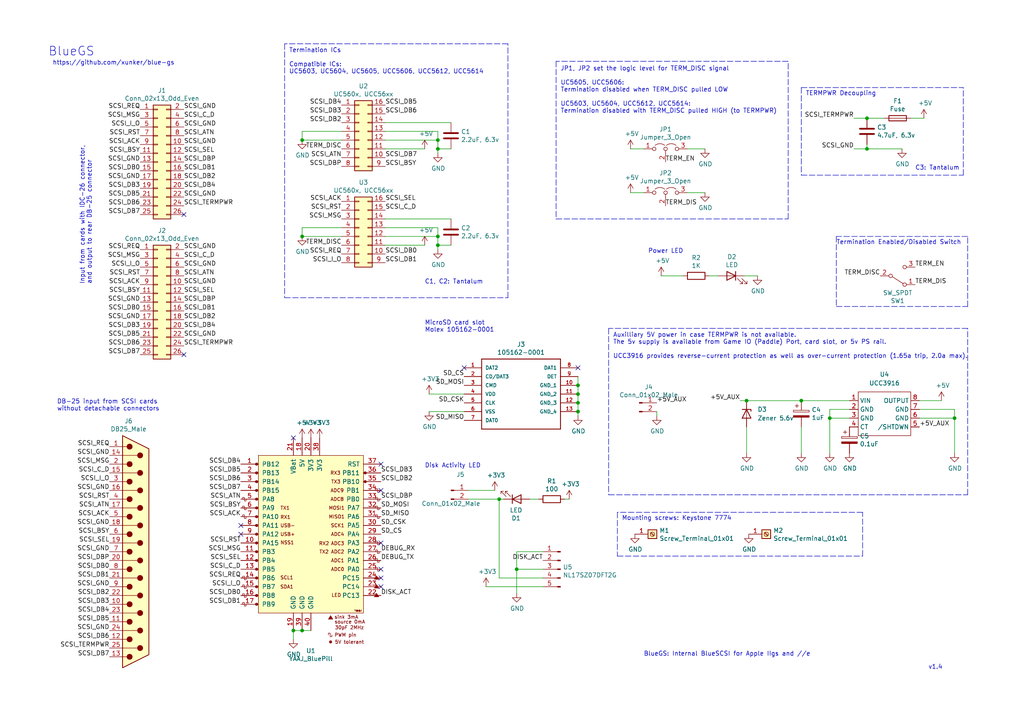
<source format=kicad_sch>
(kicad_sch (version 20211123) (generator eeschema)
  (paper "A4")
  (lib_symbols
    (symbol "105162-0001:105162-0001" (pin_names (offset 1.016))
      (property "Reference" "J" (at 29.21 7.62 0))
      (property "Value" "105162-0001" (at 29.21 5.08 0))
      (symbol "105162-0001_0_0"
        (pin bidirectional line (at 0 0 0) (length 5.08) (name "DAT2") (number "1"))
        (pin bidirectional line (at 33.02 -5.08 180) (length 5.08) (name "GND_1") (number "10"))
        (pin bidirectional line (at 33.02 -7.62 180) (length 5.08) (name "GND_2") (number "11"))
        (pin bidirectional line (at 33.02 -10.16 180) (length 5.08) (name "GND_3") (number "12"))
        (pin bidirectional line (at 33.02 -12.7 180) (length 5.08) (name "GND_4") (number "13"))
        (pin bidirectional line (at 0 -2.54 0) (length 5.08) (name "CD/DAT3") (number "2"))
        (pin bidirectional line (at 0 -5.08 0) (length 5.08) (name "CMD") (number "3"))
        (pin bidirectional line (at 0 -7.62 0) (length 5.08) (name "VDD") (number "4"))
        (pin bidirectional line (at 0 -10.16 0) (length 5.08) (name "CLK") (number "5"))
        (pin bidirectional line (at 0 -12.7 0) (length 5.08) (name "VSS") (number "6"))
        (pin bidirectional line (at 0 -15.24 0) (length 5.08) (name "DAT0") (number "7"))
        (pin bidirectional line (at 33.02 0 180) (length 5.08) (name "DAT1") (number "8"))
        (pin bidirectional line (at 33.02 -2.54 180) (length 5.08) (name "DET") (number "9"))
      )
    )
    (symbol "Connector:Conn_01x02_Male" (pin_names (offset 1.016) hide)
      (property "Reference" "J" (at 0 2.54 0))
      (property "Value" "Conn_01x02_Male" (at 0 -5.08 0))
      (symbol "Conn_01x02_Male_1_1"
        (pin passive line (at 5.08 0 180) (length 3.81) (name "Pin_1") (number "1"))
        (pin passive line (at 5.08 -2.54 180) (length 3.81) (name "Pin_2") (number "2"))
      )
    )
    (symbol "Connector:Conn_01x05_Male" (pin_names (offset 1.016) hide)
      (property "Reference" "J" (at 0 7.62 0))
      (property "Value" "Conn_01x05_Male" (at 0 -7.62 0))
      (symbol "Conn_01x05_Male_1_1"
        (pin passive line (at 5.08 5.08 180) (length 3.81) (name "Pin_1") (number "1"))
        (pin passive line (at 5.08 2.54 180) (length 3.81) (name "Pin_2") (number "2"))
        (pin passive line (at 5.08 0 180) (length 3.81) (name "Pin_3") (number "3"))
        (pin passive line (at 5.08 -2.54 180) (length 3.81) (name "Pin_4") (number "4"))
        (pin passive line (at 5.08 -5.08 180) (length 3.81) (name "Pin_5") (number "5"))
      )
    )
    (symbol "Connector:DB25_Male" (pin_names (offset 1.016) hide)
      (property "Reference" "J" (at 0 34.29 0))
      (property "Value" "DB25_Male" (at 0 -34.925 0))
      (symbol "DB25_Male_1_1"
        (pin passive line (at -7.62 -30.48 0) (length 3.81) (name "1") (number "1"))
        (pin passive line (at -7.62 15.24 0) (length 3.81) (name "10") (number "10"))
        (pin passive line (at -7.62 20.32 0) (length 3.81) (name "11") (number "11"))
        (pin passive line (at -7.62 25.4 0) (length 3.81) (name "12") (number "12"))
        (pin passive line (at -7.62 30.48 0) (length 3.81) (name "13") (number "13"))
        (pin passive line (at -7.62 -27.94 0) (length 3.81) (name "P14") (number "14"))
        (pin passive line (at -7.62 -22.86 0) (length 3.81) (name "P15") (number "15"))
        (pin passive line (at -7.62 -17.78 0) (length 3.81) (name "P16") (number "16"))
        (pin passive line (at -7.62 -12.7 0) (length 3.81) (name "P17") (number "17"))
        (pin passive line (at -7.62 -7.62 0) (length 3.81) (name "P18") (number "18"))
        (pin passive line (at -7.62 -2.54 0) (length 3.81) (name "P19") (number "19"))
        (pin passive line (at -7.62 -25.4 0) (length 3.81) (name "2") (number "2"))
        (pin passive line (at -7.62 2.54 0) (length 3.81) (name "P20") (number "20"))
        (pin passive line (at -7.62 7.62 0) (length 3.81) (name "P21") (number "21"))
        (pin passive line (at -7.62 12.7 0) (length 3.81) (name "P22") (number "22"))
        (pin passive line (at -7.62 17.78 0) (length 3.81) (name "P23") (number "23"))
        (pin passive line (at -7.62 22.86 0) (length 3.81) (name "P24") (number "24"))
        (pin passive line (at -7.62 27.94 0) (length 3.81) (name "P25") (number "25"))
        (pin passive line (at -7.62 -20.32 0) (length 3.81) (name "3") (number "3"))
        (pin passive line (at -7.62 -15.24 0) (length 3.81) (name "4") (number "4"))
        (pin passive line (at -7.62 -10.16 0) (length 3.81) (name "5") (number "5"))
        (pin passive line (at -7.62 -5.08 0) (length 3.81) (name "6") (number "6"))
        (pin passive line (at -7.62 0 0) (length 3.81) (name "7") (number "7"))
        (pin passive line (at -7.62 5.08 0) (length 3.81) (name "8") (number "8"))
        (pin passive line (at -7.62 10.16 0) (length 3.81) (name "9") (number "9"))
      )
    )
    (symbol "Connector:Screw_Terminal_01x01" (pin_names (offset 1.016) hide)
      (property "Reference" "J" (at 0 2.54 0))
      (property "Value" "Screw_Terminal_01x01" (at 0 -2.54 0))
      (symbol "Screw_Terminal_01x01_1_1"
        (pin passive line (at -5.08 0 0) (length 3.81) (name "Pin_1") (number "1"))
      )
    )
    (symbol "Connector_Generic:Conn_02x08_Counter_Clockwise" (pin_names (offset 1.016) hide)
      (property "Reference" "J" (at 1.27 10.16 0))
      (property "Value" "Conn_02x08_Counter_Clockwise" (at 1.27 -12.7 0))
      (symbol "Conn_02x08_Counter_Clockwise_1_1"
        (pin passive line (at -5.08 7.62 0) (length 3.81) (name "Pin_1") (number "1"))
        (pin passive line (at 7.62 -7.62 180) (length 3.81) (name "Pin_10") (number "10"))
        (pin passive line (at 7.62 -5.08 180) (length 3.81) (name "Pin_11") (number "11"))
        (pin passive line (at 7.62 -2.54 180) (length 3.81) (name "Pin_12") (number "12"))
        (pin passive line (at 7.62 0 180) (length 3.81) (name "Pin_13") (number "13"))
        (pin passive line (at 7.62 2.54 180) (length 3.81) (name "Pin_14") (number "14"))
        (pin passive line (at 7.62 5.08 180) (length 3.81) (name "Pin_15") (number "15"))
        (pin passive line (at 7.62 7.62 180) (length 3.81) (name "Pin_16") (number "16"))
        (pin passive line (at -5.08 5.08 0) (length 3.81) (name "Pin_2") (number "2"))
        (pin passive line (at -5.08 2.54 0) (length 3.81) (name "Pin_3") (number "3"))
        (pin passive line (at -5.08 0 0) (length 3.81) (name "Pin_4") (number "4"))
        (pin passive line (at -5.08 -2.54 0) (length 3.81) (name "Pin_5") (number "5"))
        (pin passive line (at -5.08 -5.08 0) (length 3.81) (name "Pin_6") (number "6"))
        (pin passive line (at -5.08 -7.62 0) (length 3.81) (name "Pin_7") (number "7"))
        (pin passive line (at -5.08 -10.16 0) (length 3.81) (name "Pin_8") (number "8"))
        (pin passive line (at 7.62 -10.16 180) (length 3.81) (name "Pin_9") (number "9"))
      )
    )
    (symbol "Connector_Generic:Conn_02x13_Odd_Even" (pin_names (offset 1.016) hide)
      (property "Reference" "J" (at 1.27 17.78 0))
      (property "Value" "Conn_02x13_Odd_Even" (at 1.27 -17.78 0))
      (symbol "Conn_02x13_Odd_Even_1_1"
        (pin passive line (at -5.08 15.24 0) (length 3.81) (name "Pin_1") (number "1"))
        (pin passive line (at 7.62 5.08 180) (length 3.81) (name "Pin_10") (number "10"))
        (pin passive line (at -5.08 2.54 0) (length 3.81) (name "Pin_11") (number "11"))
        (pin passive line (at 7.62 2.54 180) (length 3.81) (name "Pin_12") (number "12"))
        (pin passive line (at -5.08 0 0) (length 3.81) (name "Pin_13") (number "13"))
        (pin passive line (at 7.62 0 180) (length 3.81) (name "Pin_14") (number "14"))
        (pin passive line (at -5.08 -2.54 0) (length 3.81) (name "Pin_15") (number "15"))
        (pin passive line (at 7.62 -2.54 180) (length 3.81) (name "Pin_16") (number "16"))
        (pin passive line (at -5.08 -5.08 0) (length 3.81) (name "Pin_17") (number "17"))
        (pin passive line (at 7.62 -5.08 180) (length 3.81) (name "Pin_18") (number "18"))
        (pin passive line (at -5.08 -7.62 0) (length 3.81) (name "Pin_19") (number "19"))
        (pin passive line (at 7.62 15.24 180) (length 3.81) (name "Pin_2") (number "2"))
        (pin passive line (at 7.62 -7.62 180) (length 3.81) (name "Pin_20") (number "20"))
        (pin passive line (at -5.08 -10.16 0) (length 3.81) (name "Pin_21") (number "21"))
        (pin passive line (at 7.62 -10.16 180) (length 3.81) (name "Pin_22") (number "22"))
        (pin passive line (at -5.08 -12.7 0) (length 3.81) (name "Pin_23") (number "23"))
        (pin passive line (at 7.62 -12.7 180) (length 3.81) (name "Pin_24") (number "24"))
        (pin passive line (at -5.08 -15.24 0) (length 3.81) (name "Pin_25") (number "25"))
        (pin passive line (at 7.62 -15.24 180) (length 3.81) (name "Pin_26") (number "26"))
        (pin passive line (at -5.08 12.7 0) (length 3.81) (name "Pin_3") (number "3"))
        (pin passive line (at 7.62 12.7 180) (length 3.81) (name "Pin_4") (number "4"))
        (pin passive line (at -5.08 10.16 0) (length 3.81) (name "Pin_5") (number "5"))
        (pin passive line (at 7.62 10.16 180) (length 3.81) (name "Pin_6") (number "6"))
        (pin passive line (at -5.08 7.62 0) (length 3.81) (name "Pin_7") (number "7"))
        (pin passive line (at 7.62 7.62 180) (length 3.81) (name "Pin_8") (number "8"))
        (pin passive line (at -5.08 5.08 0) (length 3.81) (name "Pin_9") (number "9"))
      )
    )
    (symbol "Device:C" (pin_numbers hide) (pin_names (offset 0.254))
      (property "Reference" "C" (at 0.635 2.54 0))
      (property "Value" "C" (at 0.635 -2.54 0))
      (symbol "C_1_1"
        (pin passive line (at 0 3.81 270) (length 2.794) (name "~") (number "1"))
        (pin passive line (at 0 -3.81 90) (length 2.794) (name "~") (number "2"))
      )
    )
    (symbol "Device:D_Zener" (pin_numbers hide) (pin_names (offset 1.016) hide)
      (property "Reference" "D" (at 0 2.54 0))
      (property "Value" "D_Zener" (at 0 -2.54 0))
      (symbol "D_Zener_1_1"
        (pin passive line (at -3.81 0 0) (length 2.54) (name "K") (number "1"))
        (pin passive line (at 3.81 0 180) (length 2.54) (name "A") (number "2"))
      )
    )
    (symbol "Device:Fuse" (pin_numbers hide) (pin_names (offset 0))
      (property "Reference" "F" (at 2.032 0 90))
      (property "Value" "Fuse" (at -1.905 0 90))
      (symbol "Fuse_1_1"
        (pin passive line (at 0 3.81 270) (length 1.27) (name "~") (number "1"))
        (pin passive line (at 0 -3.81 90) (length 1.27) (name "~") (number "2"))
      )
    )
    (symbol "Device:LED" (pin_numbers hide) (pin_names (offset 1.016) hide)
      (property "Reference" "D" (at 0 2.54 0))
      (property "Value" "LED" (at 0 -2.54 0))
      (symbol "LED_1_1"
        (pin passive line (at -3.81 0 0) (length 2.54) (name "K") (number "1"))
        (pin passive line (at 3.81 0 180) (length 2.54) (name "A") (number "2"))
      )
    )
    (symbol "Device:R" (pin_numbers hide) (pin_names (offset 0))
      (property "Reference" "R" (at 2.032 0 90))
      (property "Value" "R" (at 0 0 90))
      (symbol "R_1_1"
        (pin passive line (at 0 3.81 270) (length 1.27) (name "~") (number "1"))
        (pin passive line (at 0 -3.81 90) (length 1.27) (name "~") (number "2"))
      )
    )
    (symbol "Power_Management:UCC3916"
      (property "Reference" "U" (at 0 2.54 0))
      (property "Value" "UCC3916" (at 0 5.08 0))
      (symbol "UCC3916_1_1"
        (pin input line (at -10.16 -1.27 0) (length 2.54) (name "VIN") (number "1"))
        (pin output line (at -10.16 -3.81 0) (length 2.54) (name "GND") (number "2"))
        (pin output line (at -10.16 -6.35 0) (length 2.54) (name "GND") (number "3"))
        (pin bidirectional line (at -10.16 -8.89 0) (length 2.54) (name "CT") (number "4"))
        (pin input line (at 10.16 -8.89 180) (length 2.54) (name "/SHTDWN") (number "5"))
        (pin output line (at 10.16 -6.35 180) (length 2.54) (name "GND") (number "6"))
        (pin output line (at 10.16 -3.81 180) (length 2.54) (name "GND") (number "7"))
        (pin output line (at 10.16 -1.27 180) (length 2.54) (name "OUTPUT") (number "8"))
      )
    )
    (symbol "Switch:SW_SPDT" (pin_names (offset 0) hide)
      (property "Reference" "SW" (at 0 4.318 0))
      (property "Value" "SW_SPDT" (at 0 -5.08 0))
      (symbol "SW_SPDT_1_1"
        (pin passive line (at 5.08 2.54 180) (length 2.54) (name "A") (number "1"))
        (pin passive line (at -5.08 0 0) (length 2.54) (name "B") (number "2"))
        (pin passive line (at 5.08 -2.54 180) (length 2.54) (name "C") (number "3"))
      )
    )
    (symbol "bluescsi_iigs_internal-rescue:CP-Device" (pin_numbers hide) (pin_names (offset 0.254))
      (property "Reference" "C" (at 0.635 2.54 0))
      (property "Value" "CP-Device" (at 0.635 -2.54 0))
      (symbol "CP-Device_1_1"
        (pin passive line (at 0 3.81 270) (length 2.794) (name "~") (number "1"))
        (pin passive line (at 0 -3.81 90) (length 2.794) (name "~") (number "2"))
      )
    )
    (symbol "bluescsi_iigs_internal-rescue:Jumper_3_Open-Jumper" (pin_names (offset 0) hide)
      (property "Reference" "JP" (at -2.54 -2.54 0))
      (property "Value" "Jumper_3_Open-Jumper" (at 0 2.794 0))
      (symbol "Jumper_3_Open-Jumper_1_1"
        (pin passive line (at -6.35 0 0) (length 2.54) (name "A") (number "1"))
        (pin input line (at 0 -3.81 90) (length 2.54) (name "C") (number "2"))
        (pin passive line (at 6.35 0 180) (length 2.54) (name "B") (number "3"))
      )
    )
    (symbol "bluescsi_iigs_internal-rescue:YAAJ_BluePill-MCU_ST_STM32F1" (pin_names (offset 1.016))
      (property "Reference" "U" (at -13.97 24.13 0))
      (property "Value" "YAAJ_BluePill-MCU_ST_STM32F1" (at 0 6.35 90))
      (symbol "YAAJ_BluePill-MCU_ST_STM32F1_0_0"
        (text "30pF 2MHz" (at 11.176 -27.051 0) (effects (font (size 0.9906 0.9906))))
        (text "5V tolerant" (at 11.176 -31.242 0) (effects (font (size 0.9906 0.9906))))
        (text "ADC0" (at 7.747 -10.16 0) (effects (font (size 0.9906 0.9906))))
        (text "ADC1" (at 7.747 -7.62 0) (effects (font (size 0.9906 0.9906))))
        (text "ADC2" (at 7.747 -5.08 0) (effects (font (size 0.9906 0.9906))))
        (text "ADC3" (at 7.747 -2.667 0) (effects (font (size 0.9906 0.9906))))
        (text "ADC4" (at 7.747 0 0) (effects (font (size 0.9906 0.9906))))
        (text "ADC8" (at 7.62 10.16 0) (effects (font (size 0.9906 0.9906))))
        (text "ADC9" (at 7.62 12.7 0) (effects (font (size 0.9906 0.9906))))
        (text "LED" (at 7.366 -17.653 0) (effects (font (size 0.9906 0.9906))))
        (text "MISO1" (at 7.493 5.08 0) (effects (font (size 0.9906 0.9906))))
        (text "MOSI1" (at 7.493 7.62 0) (effects (font (size 0.9906 0.9906))))
        (text "NSS1" (at -6.858 -2.413 0) (effects (font (size 0.9906 0.9906))))
        (text "PWM pin" (at 10.033 -29.21 0) (effects (font (size 0.9906 0.9906))))
        (text "RX1" (at -7.366 4.953 0) (effects (font (size 0.9906 0.9906))))
        (text "RX2" (at 3.81 -2.667 0) (effects (font (size 0.9906 0.9906))))
        (text "RX3" (at 7.112 17.78 0) (effects (font (size 0.9906 0.9906))))
        (text "SCK1" (at 7.747 2.54 0) (effects (font (size 0.9906 0.9906))))
        (text "SCL1" (at -6.985 -12.573 0) (effects (font (size 0.9906 0.9906))))
        (text "SDA1" (at -6.985 -15.24 0) (effects (font (size 0.9906 0.9906))))
        (text "sink 3mA" (at 10.287 -24.003 0) (effects (font (size 0.9906 0.9906))))
        (text "source 0mA" (at 11.303 -25.4 0) (effects (font (size 0.9906 0.9906))))
        (text "TX1" (at -7.493 7.62 0) (effects (font (size 0.9906 0.9906))))
        (text "TX2" (at 3.81 -5.08 0) (effects (font (size 0.9906 0.9906))))
        (text "TX3" (at 7.239 15.24 0) (effects (font (size 0.9906 0.9906))))
        (text "USB+" (at -6.731 0 0) (effects (font (size 0.9906 0.9906))))
        (text "USB-" (at -6.731 2.54 0) (effects (font (size 0.9906 0.9906))))
        (text "Y@@J" (at 13.6906 -22.1488 0) (effects (font (size 0.508 0.508))))
      )
      (symbol "YAAJ_BluePill-MCU_ST_STM32F1_1_1"
        (pin bidirectional line (at -20.32 20.32 0) (length 5.08) (name "PB12") (number "1"))
        (pin bidirectional line (at -20.32 -2.54 0) (length 5.08) (name "PA15") (number "10"))
        (pin bidirectional line (at -20.32 -5.08 0) (length 5.08) (name "PB3") (number "11"))
        (pin bidirectional line (at -20.32 -7.62 0) (length 5.08) (name "PB4") (number "12"))
        (pin bidirectional line (at -20.32 -10.16 0) (length 5.08) (name "PB5") (number "13"))
        (pin bidirectional line (at -20.32 -12.7 0) (length 5.08) (name "PB6") (number "14"))
        (pin bidirectional line (at -20.32 -15.24 0) (length 5.08) (name "PB7") (number "15"))
        (pin bidirectional line (at -20.32 -17.78 0) (length 5.08) (name "PB8") (number "16"))
        (pin bidirectional line (at -20.32 -20.32 0) (length 5.08) (name "PB9") (number "17"))
        (pin power_in line (at -2.54 27.94 270) (length 5.08) (name "5V") (number "18"))
        (pin power_in line (at -5.08 -27.94 90) (length 5.08) (name "GND") (number "19"))
        (pin bidirectional line (at -20.32 17.78 0) (length 5.08) (name "PB13") (number "2"))
        (pin power_in line (at 0 27.94 270) (length 5.08) (name "3V3") (number "20"))
        (pin power_in line (at -5.08 27.94 270) (length 5.08) (name "VBat") (number "21"))
        (pin bidirectional line (at 20.32 -17.78 180) (length 5.08) (name "PC13") (number "22"))
        (pin bidirectional line (at 20.32 -15.24 180) (length 5.08) (name "PC14") (number "23"))
        (pin bidirectional line (at 20.32 -12.7 180) (length 5.08) (name "PC15") (number "24"))
        (pin bidirectional line (at 20.32 -10.16 180) (length 5.08) (name "PA0") (number "25"))
        (pin bidirectional line (at 20.32 -7.62 180) (length 5.08) (name "PA1") (number "26"))
        (pin bidirectional line (at 20.32 -5.08 180) (length 5.08) (name "PA2") (number "27"))
        (pin bidirectional line (at 20.32 -2.54 180) (length 5.08) (name "PA3") (number "28"))
        (pin bidirectional line (at 20.32 0 180) (length 5.08) (name "PA4") (number "29"))
        (pin bidirectional line (at -20.32 15.24 0) (length 5.08) (name "PB14") (number "3"))
        (pin bidirectional line (at 20.32 2.54 180) (length 5.08) (name "PA5") (number "30"))
        (pin bidirectional line (at 20.32 5.08 180) (length 5.08) (name "PA6") (number "31"))
        (pin bidirectional line (at 20.32 7.62 180) (length 5.08) (name "PA7") (number "32"))
        (pin bidirectional line (at 20.32 10.16 180) (length 5.08) (name "PB0") (number "33"))
        (pin bidirectional line (at 20.32 12.7 180) (length 5.08) (name "PB1") (number "34"))
        (pin bidirectional line (at 20.32 15.24 180) (length 5.08) (name "PB10") (number "35"))
        (pin bidirectional line (at 20.32 17.78 180) (length 5.08) (name "PB11") (number "36"))
        (pin input line (at 20.32 20.32 180) (length 5.08) (name "RST") (number "37"))
        (pin power_in line (at 2.54 27.94 270) (length 5.08) (name "3V3") (number "38"))
        (pin power_in line (at -2.54 -27.94 90) (length 5.08) (name "GND") (number "39"))
        (pin bidirectional line (at -20.32 12.7 0) (length 5.08) (name "PB15") (number "4"))
        (pin power_in line (at 0 -27.94 90) (length 5.08) (name "GND") (number "40"))
        (pin bidirectional line (at -20.32 10.16 0) (length 5.08) (name "PA8") (number "5"))
        (pin bidirectional line (at -20.32 7.62 0) (length 5.08) (name "PA9") (number "6"))
        (pin bidirectional line (at -20.32 5.08 0) (length 5.08) (name "PA10") (number "7"))
        (pin bidirectional line (at -20.32 2.54 0) (length 5.08) (name "PA11") (number "8"))
        (pin bidirectional line (at -20.32 0 0) (length 5.08) (name "PA12") (number "9"))
      )
    )
    (symbol "power:+3.3V" (power) (pin_names (offset 0))
      (property "Value" "+3.3V" (at 0 3.556 0))
      (symbol "+3.3V_1_1"
        (pin power_in line (at 0 0 90) (length 0) hide (name "+3V3") (number "1"))
      )
    )
    (symbol "power:+5V" (power) (pin_names (offset 0))
      (property "Value" "+5V" (at 0 3.556 0))
      (symbol "+5V_1_1"
        (pin power_in line (at 0 0 90) (length 0) hide (name "+5V") (number "1"))
      )
    )
    (symbol "power:GND" (power) (pin_names (offset 0))
      (property "Value" "GND" (at 0 -3.81 0))
      (symbol "GND_1_1"
        (pin power_in line (at 0 0 270) (length 0) hide (name "GND") (number "1"))
      )
    )
  )
  (junction (at 87.63 40.64))
  (junction (at 127 40.64))
  (junction (at 251.46 43.18))
  (junction (at 167.64 119.38))
  (junction (at 127 68.58))
  (junction (at 144.78 144.78))
  (junction (at 167.64 114.3))
  (junction (at 149.86 165.1))
  (junction (at 167.64 116.84))
  (junction (at 251.46 34.29))
  (junction (at 85.09 182.88))
  (junction (at 127 43.18))
  (junction (at 276.86 121.285))
  (junction (at 87.63 182.88))
  (junction (at 127 71.12))
  (junction (at 232.41 116.205))
  (junction (at 240.665 121.285))
  (junction (at 87.63 68.58))
  (junction (at 167.64 111.76))
  (junction (at 216.535 116.205))
  (no_connect (at 53.34 62.23))
  (no_connect (at 53.34 102.87))
  (no_connect (at 85.09 127))
  (no_connect (at 69.85 154.94))
  (no_connect (at 110.49 157.48))
  (no_connect (at 110.49 142.24))
  (no_connect (at 134.62 106.68))
  (no_connect (at 110.49 170.18))
  (no_connect (at 110.49 134.62))
  (no_connect (at 69.85 152.4))
  (no_connect (at 167.64 106.68))
  (no_connect (at 110.49 167.64))
  (no_connect (at 110.49 165.1))
  (wire (pts (xy 216.535 116.205) (xy 232.41 116.205)))
  (polyline (pts (xy 228.6 63.5) (xy 228.6 17.78)))
  (wire (pts (xy 87.63 38.1) (xy 87.63 40.64)))
  (polyline (pts (xy 228.6 17.78) (xy 161.29 17.78)))
  (wire (pts (xy 251.46 41.91) (xy 251.46 43.18)))
  (wire (pts (xy 266.7 116.205) (xy 273.05 116.205)))
  (polyline (pts (xy 280.67 68.58) (xy 242.57 68.58)))
  (wire (pts (xy 199.39 55.88) (xy 204.47 55.88)))
  (wire (pts (xy 276.86 131.445) (xy 276.86 121.285)))
  (wire (pts (xy 199.39 43.18) (xy 204.47 43.18)))
  (wire (pts (xy 127 38.1) (xy 127 40.64)))
  (polyline (pts (xy 242.57 68.58) (xy 242.57 88.9)))
  (wire (pts (xy 264.16 34.29) (xy 267.97 34.29)))
  (wire (pts (xy 167.64 114.3) (xy 167.64 116.84)))
  (wire (pts (xy 232.41 116.205) (xy 246.38 116.205)))
  (wire (pts (xy 130.81 43.18) (xy 127 43.18)))
  (wire (pts (xy 216.535 123.825) (xy 216.535 131.445)))
  (wire (pts (xy 240.665 121.285) (xy 240.665 131.445)))
  (polyline (pts (xy 179.07 161.29) (xy 250.19 161.29)))
  (wire (pts (xy 232.41 123.825) (xy 232.41 131.445)))
  (wire (pts (xy 127 68.58) (xy 127 71.12)))
  (wire (pts (xy 111.76 71.12) (xy 123.19 71.12)))
  (wire (pts (xy 87.63 182.88) (xy 90.17 182.88)))
  (wire (pts (xy 85.09 182.88) (xy 85.09 185.42)))
  (wire (pts (xy 246.38 118.745) (xy 240.665 118.745)))
  (wire (pts (xy 111.76 35.56) (xy 130.81 35.56)))
  (wire (pts (xy 182.88 55.88) (xy 186.69 55.88)))
  (polyline (pts (xy 279.4 50.8) (xy 279.4 25.4)))
  (wire (pts (xy 87.63 40.64) (xy 99.06 40.64)))
  (wire (pts (xy 167.64 119.38) (xy 167.64 120.65)))
  (wire (pts (xy 167.64 111.76) (xy 167.64 114.3)))
  (wire (pts (xy 111.76 40.64) (xy 127 40.64)))
  (wire (pts (xy 157.48 165.1) (xy 149.86 165.1)))
  (polyline (pts (xy 176.53 95.25) (xy 176.53 143.51)))
  (wire (pts (xy 251.46 34.29) (xy 256.54 34.29)))
  (wire (pts (xy 198.12 80.01) (xy 191.77 80.01)))
  (wire (pts (xy 111.76 43.18) (xy 123.19 43.18)))
  (polyline (pts (xy 232.41 25.4) (xy 279.4 25.4)))
  (wire (pts (xy 87.63 66.04) (xy 99.06 66.04)))
  (polyline (pts (xy 161.29 17.78) (xy 161.29 63.5)))
  (wire (pts (xy 144.78 167.64) (xy 144.78 144.78)))
  (wire (pts (xy 140.97 170.18) (xy 157.48 170.18)))
  (polyline (pts (xy 161.29 63.5) (xy 228.6 63.5)))
  (polyline (pts (xy 147.32 86.36) (xy 147.32 12.7)))
  (wire (pts (xy 163.83 144.78) (xy 165.1 144.78)))
  (polyline (pts (xy 280.67 95.25) (xy 176.53 95.25)))
  (wire (pts (xy 167.64 109.22) (xy 167.64 111.76)))
  (wire (pts (xy 149.86 160.02) (xy 149.86 165.1)))
  (wire (pts (xy 144.78 144.78) (xy 146.05 144.78)))
  (wire (pts (xy 240.665 121.285) (xy 246.38 121.285)))
  (wire (pts (xy 157.48 167.64) (xy 144.78 167.64)))
  (polyline (pts (xy 250.19 161.29) (xy 250.19 148.59)))
  (wire (pts (xy 190.5 119.38) (xy 190.5 120.65)))
  (wire (pts (xy 240.665 118.745) (xy 240.665 121.285)))
  (wire (pts (xy 87.63 66.04) (xy 87.63 68.58)))
  (polyline (pts (xy 280.67 88.9) (xy 280.67 68.58)))
  (wire (pts (xy 276.86 121.285) (xy 276.86 118.745)))
  (wire (pts (xy 127 43.18) (xy 127 44.45)))
  (wire (pts (xy 111.76 38.1) (xy 127 38.1)))
  (polyline (pts (xy 232.41 50.8) (xy 279.4 50.8)))
  (wire (pts (xy 266.7 121.285) (xy 276.86 121.285)))
  (wire (pts (xy 266.7 118.745) (xy 276.86 118.745)))
  (wire (pts (xy 135.89 144.78) (xy 144.78 144.78)))
  (wire (pts (xy 124.46 114.3) (xy 134.62 114.3)))
  (wire (pts (xy 87.63 68.58) (xy 99.06 68.58)))
  (wire (pts (xy 214.63 116.205) (xy 216.535 116.205)))
  (wire (pts (xy 157.48 160.02) (xy 149.86 160.02)))
  (wire (pts (xy 167.64 116.84) (xy 167.64 119.38)))
  (polyline (pts (xy 179.07 148.59) (xy 179.07 161.29)))
  (polyline (pts (xy 280.67 143.51) (xy 280.67 95.25)))
  (wire (pts (xy 135.89 142.24) (xy 143.51 142.24)))
  (polyline (pts (xy 82.55 86.36) (xy 147.32 86.36)))
  (wire (pts (xy 111.76 66.04) (xy 127 66.04)))
  (wire (pts (xy 87.63 38.1) (xy 99.06 38.1)))
  (wire (pts (xy 127 71.12) (xy 127 72.39)))
  (wire (pts (xy 134.62 119.38) (xy 124.46 119.38)))
  (polyline (pts (xy 250.19 148.59) (xy 179.07 148.59)))
  (polyline (pts (xy 242.57 88.9) (xy 280.67 88.9)))
  (polyline (pts (xy 82.55 12.7) (xy 82.55 86.36)))
  (polyline (pts (xy 232.41 25.4) (xy 232.41 50.8)))
  (polyline (pts (xy 176.53 143.51) (xy 280.67 143.51)))
  (wire (pts (xy 182.88 43.18) (xy 186.69 43.18)))
  (wire (pts (xy 111.76 68.58) (xy 127 68.58)))
  (wire (pts (xy 247.65 43.18) (xy 251.46 43.18)))
  (wire (pts (xy 149.86 165.1) (xy 149.86 172.085)))
  (wire (pts (xy 251.46 43.18) (xy 261.62 43.18)))
  (wire (pts (xy 205.74 80.01) (xy 208.28 80.01)))
  (polyline (pts (xy 147.32 12.7) (xy 82.55 12.7)))
  (wire (pts (xy 153.67 144.78) (xy 156.21 144.78)))
  (wire (pts (xy 127 66.04) (xy 127 68.58)))
  (wire (pts (xy 247.65 34.29) (xy 251.46 34.29)))
  (wire (pts (xy 127 40.64) (xy 127 43.18)))
  (wire (pts (xy 85.09 182.88) (xy 87.63 182.88)))
  (wire (pts (xy 130.81 71.12) (xy 127 71.12)))
  (wire (pts (xy 215.9 80.01) (xy 219.71 80.01)))
  (wire (pts (xy 111.76 63.5) (xy 130.81 63.5)))
  (text "C3: Tantalum" (at 265.43 49.53 0) (effects (font (size 1.27 1.27)) (justify left bottom)))
  (text "BlueGS" (at 13.97 16.51 0) (effects (font (size 2.54 2.54)) (justify left bottom)))
  (text "Termination Enabled/Disabled Switch" (at 242.57 71.12 0) (effects (font (size 1.27 1.27)) (justify left bottom)))
  (text "Power LED" (at 187.96 73.66 0) (effects (font (size 1.27 1.27)) (justify left bottom)))
  (text "https://github.com/xunker/blue-gs" (at 15.24 19.05 0) (effects (font (size 1.27 1.27)) (justify left bottom)))
  (text "JP1, JP2 set the logic level for TERM_DISC signal\n\nUC5605, UCC5606:\nTermination disabled when TERM_DISC pulled LOW\n\nUC5603, UC5604, UCC5612, UCC5614:\nTermination disabled with TERM_DISC pulled HIGH (to TERMPWR)" (at 162.56 33.02 0) (effects (font (size 1.27 1.27)) (justify left bottom)))
  (text "DB-25 input from SCSI cards\nwithout detachable connectors" (at 16.51 119.38 0) (effects (font (size 1.27 1.27)) (justify left bottom)))
  (text "C1, C2: Tantalum" (at 123.19 82.55 0) (effects (font (size 1.27 1.27)) (justify left bottom)))
  (text "Mounting screws: Keystone 7774" (at 180.34 151.13 0) (effects (font (size 1.27 1.27)) (justify left bottom)))
  (text "Auxilliary 5V power in case TERMPWR is not available.\nThe 5v supply is available from Game IO (Paddle) Port, card slot, or 5v PS rail.\n\nUCC3916 provides reverse-current protection as well as over-current protection (1.65a trip, 2.0a max)." (at 177.8 104.14 0) (effects (font (size 1.27 1.27)) (justify left bottom)))
  (text "BlueGS: Internal BlueSCSI for Apple IIgs and //e" (at 186.69 190.5 0) (effects (font (size 1.27 1.27)) (justify left bottom)))
  (text "Disk Activity LED" (at 123.19 135.89 0) (effects (font (size 1.27 1.27)) (justify left bottom)))
  (text "Input from cards with IDC-26 connector,\nand output to rear DB-25 connector" (at 26.67 82.55 90) (effects (font (size 1.27 1.27)) (justify left bottom)))
  (text "MicroSD card slot\nMolex 105162-0001" (at 123.19 96.52 0) (effects (font (size 1.27 1.27)) (justify left bottom)))
  (text "TERMPWR Decoupling" (at 233.68 27.94 0) (effects (font (size 1.27 1.27)) (justify left bottom)))
  (text "Termination ICs\n\nCompatible ICs:\nUC5603, UC5604, UC5605, UCC5606, UCC5612, UCC5614" (at 83.82 21.59 0) (effects (font (size 1.27 1.27)) (justify left bottom)))
  (text "v1.4" (at 269.24 194.31 0) (effects (font (size 1.27 1.27)) (justify left bottom)))
  (label "SCSI_GND" (at 53.34 31.75 0))
  (label "SCSI_DB2" (at 110.49 139.7 0))
  (label "SCSI_DB6" (at 40.64 100.33 180))
  (label "SCSI_DB4" (at 53.34 95.25 0))
  (label "SD_MOSI" (at 110.49 147.32 0))
  (label "SCSI_MSG" (at 31.75 134.62 180))
  (label "SCSI_C_D" (at 111.76 60.96 0))
  (label "SCSI_GND" (at 31.75 142.24 180))
  (label "SCSI_GND" (at 40.64 46.99 180))
  (label "SCSI_GND" (at 53.34 36.83 0))
  (label "TERM_EN" (at 265.43 77.47 0))
  (label "SCSI_DB7" (at 40.64 62.23 180))
  (label "SCSI_DB1" (at 53.34 49.53 0))
  (label "SCSI_DB3" (at 110.49 137.16 0))
  (label "+5V_AUX" (at 266.7 123.825 0))
  (label "SCSI_TERMPWR" (at 53.34 100.33 0))
  (label "SCSI_DB0" (at 31.75 165.1 180))
  (label "SCSI_DB2" (at 99.06 35.56 180))
  (label "SCSI_BSY" (at 69.85 147.32 180))
  (label "SCSI_RST" (at 40.64 80.01 180))
  (label "SCSI_TERMPWR" (at 31.75 187.96 180))
  (label "SCSI_GND" (at 53.34 41.91 0))
  (label "SCSI_I_O" (at 31.75 139.7 180))
  (label "SCSI_ATN" (at 53.34 80.01 0))
  (label "SCSI_DB1" (at 111.76 76.2 0))
  (label "SCSI_BSY" (at 40.64 44.45 180))
  (label "SCSI_DB5" (at 40.64 97.79 180))
  (label "DISK_ACT" (at 110.49 172.72 0))
  (label "SCSI_REQ" (at 40.64 72.39 180))
  (label "SCSI_I_O" (at 40.64 36.83 180))
  (label "SCSI_SEL" (at 111.76 58.42 0))
  (label "SCSI_I_O" (at 69.85 170.18 180))
  (label "SCSI_DB6" (at 69.85 139.7 180))
  (label "TERM_DIS" (at 265.43 82.55 0))
  (label "SCSI_DB4" (at 53.34 54.61 0))
  (label "SCSI_GND" (at 40.64 87.63 180))
  (label "SD_MISO" (at 110.49 149.86 0))
  (label "SCSI_GND" (at 40.64 92.71 180))
  (label "SCSI_C_D" (at 53.34 74.93 0))
  (label "SD_CSK" (at 134.62 116.84 180))
  (label "SCSI_REQ" (at 99.06 73.66 180))
  (label "DEBUG_RX" (at 110.49 160.02 0))
  (label "SCSI_RST" (at 69.85 157.48 180))
  (label "SCSI_DB2" (at 53.34 92.71 0))
  (label "SCSI_DB0" (at 111.76 73.66 0))
  (label "TERM_DIS" (at 193.04 59.69 0))
  (label "TERM_DISC" (at 255.27 80.01 180))
  (label "SCSI_MSG" (at 99.06 63.5 180))
  (label "SCSI_GND" (at 53.34 57.15 0))
  (label "SD_MISO" (at 134.62 121.92 180))
  (label "SCSI_DB4" (at 69.85 134.62 180))
  (label "SCSI_MSG" (at 40.64 34.29 180))
  (label "SCSI_DBP" (at 53.34 87.63 0))
  (label "SCSI_TERMPWR" (at 53.34 59.69 0))
  (label "SCSI_C_D" (at 53.34 34.29 0))
  (label "SCSI_ATN" (at 69.85 144.78 180))
  (label "SCSI_RST" (at 31.75 144.78 180))
  (label "SCSI_DB6" (at 111.76 33.02 0))
  (label "SCSI_REQ" (at 69.85 167.64 180))
  (label "SCSI_DB3" (at 40.64 95.25 180))
  (label "SCSI_I_O" (at 99.06 76.2 180))
  (label "SCSI_DB2" (at 53.34 52.07 0))
  (label "SD_CS" (at 110.49 154.94 0))
  (label "SCSI_DB5" (at 40.64 57.15 180))
  (label "SCSI_GND" (at 53.34 72.39 0))
  (label "SCSI_BSY" (at 40.64 85.09 180))
  (label "SCSI_ACK" (at 31.75 149.86 180))
  (label "SCSI_DB3" (at 99.06 33.02 180))
  (label "SCSI_DBP" (at 53.34 46.99 0))
  (label "SCSI_TERMPWR" (at 247.65 34.29 180))
  (label "DEBUG_TX" (at 110.49 162.56 0))
  (label "SCSI_MSG" (at 69.85 160.02 180))
  (label "SD_CSK" (at 110.49 152.4 0))
  (label "SCSI_SEL" (at 53.34 85.09 0))
  (label "TERM_EN" (at 193.04 46.99 0))
  (label "SCSI_DB7" (at 40.64 102.87 180))
  (label "SCSI_SEL" (at 31.75 157.48 180))
  (label "SCSI_RST" (at 99.06 60.96 180))
  (label "SCSI_DB3" (at 31.75 175.26 180))
  (label "SCSI_DB6" (at 40.64 59.69 180))
  (label "SCSI_GND" (at 40.64 52.07 180))
  (label "SCSI_DB2" (at 31.75 172.72 180))
  (label "SCSI_GND" (at 31.75 132.08 180))
  (label "SCSI_DB1" (at 53.34 90.17 0))
  (label "SCSI_DB5" (at 69.85 137.16 180))
  (label "SCSI_GND" (at 31.75 152.4 180))
  (label "SD_CS" (at 134.62 109.22 180))
  (label "SCSI_DB7" (at 69.85 142.24 180))
  (label "SCSI_C_D" (at 31.75 137.16 180))
  (label "SCSI_DB6" (at 31.75 185.42 180))
  (label "SCSI_ACK" (at 40.64 41.91 180))
  (label "SCSI_DB5" (at 111.76 30.48 0))
  (label "SCSI_BSY" (at 31.75 154.94 180))
  (label "SCSI_ACK" (at 69.85 149.86 180))
  (label "SCSI_GND" (at 53.34 82.55 0))
  (label "SCSI_I_O" (at 40.64 77.47 180))
  (label "SCSI_BSY" (at 111.76 48.26 0))
  (label "SCSI_RST" (at 40.64 39.37 180))
  (label "SCSI_DB7" (at 111.76 45.72 0))
  (label "SCSI_GND" (at 31.75 160.02 180))
  (label "+5V_AUX" (at 214.63 116.205 180))
  (label "SCSI_DB4" (at 99.06 30.48 180))
  (label "TERM_DISC" (at 99.06 71.12 180))
  (label "SCSI_SEL" (at 53.34 44.45 0))
  (label "SCSI_GND" (at 247.65 43.18 180))
  (label "SCSI_REQ" (at 31.75 129.54 180))
  (label "SCSI_GND" (at 53.34 77.47 0))
  (label "SCSI_C_D" (at 69.85 165.1 180))
  (label "SCSI_DB3" (at 40.64 54.61 180))
  (label "SCSI_DB4" (at 31.75 177.8 180))
  (label "SCSI_ATN" (at 53.34 39.37 0))
  (label "SCSI_ATN" (at 31.75 147.32 180))
  (label "DISK_ACT" (at 157.48 162.56 180))
  (label "SCSI_DBP" (at 31.75 162.56 180))
  (label "TERM_DISC" (at 99.06 43.18 180))
  (label "SCSI_ATN" (at 99.06 45.72 180))
  (label "SCSI_SEL" (at 69.85 162.56 180))
  (label "SCSI_DBP" (at 99.06 48.26 180))
  (label "SCSI_DB1" (at 31.75 167.64 180))
  (label "SD_MOSI" (at 134.62 111.76 180))
  (label "SCSI_GND" (at 31.75 182.88 180))
  (label "SCSI_DB0" (at 69.85 172.72 180))
  (label "SCSI_GND" (at 31.75 170.18 180))
  (label "SCSI_DB7" (at 31.75 190.5 180))
  (label "SCSI_ACK" (at 99.06 58.42 180))
  (label "SCSI_DB0" (at 40.64 90.17 180))
  (label "SCSI_DB0" (at 40.64 49.53 180))
  (label "SCSI_GND" (at 53.34 97.79 0))
  (label "SCSI_REQ" (at 40.64 31.75 180))
  (label "SCSI_ACK" (at 40.64 82.55 180))
  (label "SCSI_DB5" (at 31.75 180.34 180))
  (label "SCSI_MSG" (at 40.64 74.93 180))
  (label "SCSI_DB1" (at 69.85 175.26 180))
  (label "SCSI_DBP" (at 110.49 144.78 0))
  (label "+5V_AUX" (at 190.5 116.84 0))
  (symbol (lib_id "bluescsi_iigs_internal-rescue:YAAJ_BluePill-MCU_ST_STM32F1") (at 90.17 154.94 0) (unit 1)
    (property "Reference" "U1" (at 90.17 188.7474 0))
    (property "Value" "YAAJ_BluePill" (at 90.17 191.0588 0))
    (property "Footprint" "my library:YAAJ_BluePill_2" (effects hide))
  )
  (symbol (lib_id "Connector_Generic:Conn_02x13_Odd_Even") (at 45.72 46.99 0) (unit 1)
    (property "Reference" "J1" (at 46.99 26.2382 0))
    (property "Value" "Conn_02x13_Odd_Even" (at 46.99 28.5496 0))
    (property "Footprint" "Connector_PinHeader_2.54mm:PinHeader_2x13_P2.54mm_Vertical" (effects hide))
  )
  (symbol (lib_id "Connector_Generic:Conn_02x13_Odd_Even") (at 45.72 87.63 0) (unit 1)
    (property "Reference" "J2" (at 46.99 66.8782 0))
    (property "Value" "Conn_02x13_Odd_Even" (at 46.99 69.1896 0))
    (property "Footprint" "Connector_PinHeader_2.54mm:PinHeader_2x13_P2.54mm_Vertical" (effects hide))
  )
  (symbol (lib_id "power:+5V") (at 267.97 34.29 0) (unit 1)
    (property "Reference" "#PWR0101" (effects hide))
    (property "Value" "+5V" (at 268.351 29.8958 0))
  )
  (symbol (lib_id "power:GND") (at 261.62 43.18 0) (unit 1)
    (property "Reference" "#PWR0102" (effects hide))
    (property "Value" "GND" (at 261.747 47.5742 0))
  )
  (symbol (lib_id "power:GND") (at 85.09 185.42 0) (unit 1)
    (property "Reference" "#PWR0103" (effects hide))
    (property "Value" "GND" (at 85.217 189.8142 0))
  )
  (symbol (lib_id "power:+5V") (at 87.63 127 0) (unit 1)
    (property "Reference" "#PWR0104" (effects hide))
    (property "Value" "+5V" (at 88.011 122.6058 0))
  )
  (symbol (lib_id "power:+3.3V") (at 124.46 114.3 0) (unit 1)
    (property "Reference" "#PWR0105" (effects hide))
    (property "Value" "+3.3V" (at 124.841 109.9058 0))
  )
  (symbol (lib_id "power:+3.3V") (at 90.17 127 0) (unit 1)
    (property "Reference" "#PWR0106" (effects hide))
    (property "Value" "+3.3V" (at 90.551 122.6058 0))
  )
  (symbol (lib_id "power:+3.3V") (at 92.71 127 0) (unit 1)
    (property "Reference" "#PWR0107" (effects hide))
    (property "Value" "+3.3V" (at 93.091 122.6058 0))
  )
  (symbol (lib_id "power:GND") (at 167.64 120.65 0) (unit 1)
    (property "Reference" "#PWR0108" (effects hide))
    (property "Value" "GND" (at 167.767 125.0442 0))
  )
  (symbol (lib_id "Switch:SW_SPDT") (at 260.35 80.01 0) (mirror x) (unit 1)
    (property "Reference" "SW1" (at 260.35 87.249 0))
    (property "Value" "SW_SPDT" (at 260.35 84.9376 0))
    (property "Footprint" "Button_Switch_SMD:SW_SPDT_PCM12" (effects hide))
    (property "MANUFACTURER_NAME" "C&K" (effects hide))
    (property "MANUFACTURER_PART_NUMBER" "PCM12SMTR" (effects hide))
    (property "LCSC part number" "C221841" (effects hide))
    (property "DESCRIPTION" "SMD Slide Switch" (effects hide))
  )
  (symbol (lib_id "Device:LED") (at 212.09 80.01 0) (mirror y) (unit 1)
    (property "Reference" "D2" (at 212.2678 74.4982 0))
    (property "Value" "LED" (at 212.2678 76.8096 0))
    (property "Footprint" "LED_SMD:LED_0805_2012Metric_Pad1.15x1.40mm_HandSolder" (effects hide))
    (property "MANUFACTURER_NAME" "Foshan NationStar Optoelectronics" (effects hide))
    (property "MANUFACTURER_PART_NUMBER" "NCD0805R1" (effects hide))
    (property "DESCRIPTION" "0805 Red LED" (effects hide))
    (property "LCSC part number" "C84256" (effects hide))
  )
  (symbol (lib_id "Device:LED") (at 149.86 144.78 0) (mirror x) (unit 1)
    (property "Reference" "D1" (at 149.6822 150.2918 0))
    (property "Value" "LED" (at 149.6822 147.9804 0))
    (property "Footprint" "LED_SMD:LED_0805_2012Metric_Pad1.15x1.40mm_HandSolder" (effects hide))
    (property "MANUFACTURER_NAME" "HONGLITRONIC(Hongli Zhihui (HONGLITRONIC)) " (effects hide))
    (property "MANUFACTURER_PART_NUMBER" "HL-PSC-2012H203BC" (effects hide))
    (property "DESCRIPTION" "0805 Blue LED" (effects hide))
    (property "LCSC part number" "C497961" (effects hide))
  )
  (symbol (lib_id "Device:R") (at 160.02 144.78 270) (unit 1)
    (property "Reference" "R1" (at 160.02 139.5222 90))
    (property "Value" "100" (at 160.02 141.8336 90))
    (property "Footprint" "Resistor_SMD:R_0805_2012Metric_Pad1.20x1.40mm_HandSolder" (effects hide))
    (property "MANUFACTURER_NAME" "UNI-ROYAL(Uniroyal Elec)" (effects hide))
    (property "MANUFACTURER_PART_NUMBER" "0805W8F1000T5E" (effects hide))
    (property "DESCRIPTION" "100Ω 0805 Chip Resistor - Surface Mount" (effects hide))
    (property "LCSC part number" "C17408" (effects hide))
  )
  (symbol (lib_id "Device:R") (at 201.93 80.01 270) (unit 1)
    (property "Reference" "R2" (at 201.93 74.7522 90))
    (property "Value" "1K" (at 201.93 77.0636 90))
    (property "Footprint" "Resistor_SMD:R_0805_2012Metric_Pad1.20x1.40mm_HandSolder" (effects hide))
    (property "MANUFACTURER_NAME" "UNI-ROYAL(Uniroyal Elec)" (effects hide))
    (property "MANUFACTURER_PART_NUMBER" "0805W8F1001T5E" (effects hide))
    (property "DESCRIPTION" "1KΩ 0805 Chip Resistor - Surface Mount" (effects hide))
    (property "LCSC part number" "C17513" (effects hide))
  )
  (symbol (lib_id "power:GND") (at 219.71 80.01 0) (unit 1)
    (property "Reference" "#PWR0111" (effects hide))
    (property "Value" "GND" (at 219.837 84.4042 0))
  )
  (symbol (lib_id "power:+5V") (at 191.77 80.01 0) (unit 1)
    (property "Reference" "#PWR0113" (effects hide))
    (property "Value" "+5V" (at 192.151 75.6158 0))
  )
  (symbol (lib_id "Connector_Generic:Conn_02x08_Counter_Clockwise") (at 104.14 38.1 0) (unit 1)
    (property "Reference" "U2" (at 105.41 24.9682 0))
    (property "Value" "UC560x, UCC56xx" (at 105.41 27.2796 0))
    (property "Footprint" "my library:SOIC127P600X175-16N" (effects hide))
  )
  (symbol (lib_id "Device:C") (at 251.46 38.1 0) (unit 1)
    (property "Reference" "C3" (at 254.381 36.9316 0) (effects (justify left)))
    (property "Value" "4.7uF, 6.3v" (at 254.381 39.243 0) (effects (justify left)))
    (property "Footprint" "Capacitor_Tantalum_SMD:CP_EIA-3528-21_Kemet-B_Pad1.50x2.35mm_HandSolder" (effects hide))
    (property "MANUFACTURER_NAME" "KEMET" (effects hide))
    (property "MANUFACTURER_PART_NUMBER" "T494B475K016AT" (effects hide))
    (property "DESCRIPTION" "4.7uF 6.3V CASE-B_3528 Tantalum Capacitor" (effects hide))
    (property "LCSC part number" "C918865" (effects hide))
  )
  (symbol (lib_id "Device:C") (at 130.81 39.37 0) (unit 1)
    (property "Reference" "C1" (at 133.731 38.2016 0) (effects (justify left)))
    (property "Value" "2.2uF, 6.3v" (at 133.731 40.513 0) (effects (justify left)))
    (property "Footprint" "Capacitor_Tantalum_SMD:CP_EIA-3528-21_Kemet-B_Pad1.50x2.35mm_HandSolder" (effects hide))
    (property "MANUFACTURER_NAME" "Kyocera AVX" (effects hide))
    (property "MANUFACTURER_PART_NUMBER" "TAJB225M020RNJ" (effects hide))
    (property "DESCRIPTION" "2.2uF 6.3V CASE-B_3528 Tantalum Capacitor" (effects hide))
    (property "LCSC part number" "C444753" (effects hide))
  )
  (symbol (lib_id "power:GND") (at 127 44.45 0) (unit 1)
    (property "Reference" "#PWR0114" (effects hide))
    (property "Value" "GND" (at 127.127 48.8442 0))
  )
  (symbol (lib_id "power:GND") (at 87.63 40.64 0) (unit 1)
    (property "Reference" "#PWR0115" (effects hide))
    (property "Value" "GND" (at 87.757 45.0342 0))
  )
  (symbol (lib_id "Device:C") (at 130.81 67.31 0) (unit 1)
    (property "Reference" "C2" (at 133.731 66.1416 0) (effects (justify left)))
    (property "Value" "2.2uF, 6.3v" (at 133.731 68.453 0) (effects (justify left)))
    (property "Footprint" "Capacitor_Tantalum_SMD:CP_EIA-3528-21_Kemet-B_Pad1.50x2.35mm_HandSolder" (effects hide))
    (property "MANUFACTURER_NAME" "Kyocera AVX" (effects hide))
    (property "MANUFACTURER_PART_NUMBER" "TAJB225M020RNJ" (effects hide))
    (property "DESCRIPTION" "2.2uF 6.3V CASE-B_3528 Tantalum Capacitor" (effects hide))
    (property "LCSC part number" "C444753" (effects hide))
  )
  (symbol (lib_id "power:GND") (at 127 72.39 0) (unit 1)
    (property "Reference" "#PWR0116" (effects hide))
    (property "Value" "GND" (at 127.127 76.7842 0))
  )
  (symbol (lib_id "power:GND") (at 87.63 68.58 0) (unit 1)
    (property "Reference" "#PWR0117" (effects hide))
    (property "Value" "GND" (at 87.757 72.9742 0))
  )
  (symbol (lib_id "Connector_Generic:Conn_02x08_Counter_Clockwise") (at 104.14 66.04 0) (unit 1)
    (property "Reference" "U3" (at 105.41 52.9082 0))
    (property "Value" "UC560x, UCC56xx" (at 105.41 55.2196 0))
    (property "Footprint" "my library:SOIC127P600X175-16N" (effects hide))
  )
  (symbol (lib_id "bluescsi_iigs_internal-rescue:CP-Device") (at 232.41 120.015 0) (unit 1)
    (property "Reference" "C4" (at 235.4072 118.8466 0) (effects (justify left)))
    (property "Value" "1uF" (at 235.4072 121.158 0) (effects (justify left)))
    (property "Footprint" "Capacitor_Tantalum_SMD:CP_EIA-3528-21_Kemet-B_Pad1.50x2.35mm_HandSolder" (effects hide))
    (property "MANUFACTURER_NAME" "KEMET" (effects hide))
    (property "MANUFACTURER_PART_NUMBER" "T491B105K025AT" (effects hide))
    (property "DESCRIPTION" "1uF 6.3V CASE-B_3528 Tantalum Capacitor" (effects hide))
    (property "LCSC part number" "C452761" (effects hide))
  )
  (symbol (lib_id "Connector:Conn_01x02_Male") (at 185.42 116.84 0) (unit 1)
    (property "Reference" "J4" (at 188.1632 112.2426 0))
    (property "Value" "Conn_01x02_Male" (at 188.1632 114.554 0))
    (property "Footprint" "Connector_PinHeader_2.54mm:PinHeader_1x02_P2.54mm_Vertical" (effects hide))
  )
  (symbol (lib_id "power:GND") (at 190.5 120.65 0) (unit 1)
    (property "Reference" "#PWR0119" (effects hide))
    (property "Value" "GND" (at 190.627 125.0442 0))
  )
  (symbol (lib_id "power:GND") (at 216.535 131.445 0) (unit 1)
    (property "Reference" "#PWR0120" (effects hide))
    (property "Value" "GND" (at 216.662 135.8392 0))
  )
  (symbol (lib_id "power:+5V") (at 273.05 116.205 0) (unit 1)
    (property "Reference" "#PWR0123" (effects hide))
    (property "Value" "+5V" (at 273.431 111.8108 0))
  )
  (symbol (lib_id "105162-0001:105162-0001") (at 134.62 106.68 0) (unit 1)
    (property "Reference" "J3" (at 151.13 99.8982 0))
    (property "Value" "105162-0001" (at 151.13 102.2096 0))
    (property "Footprint" "Molex 105162-0001:105162-0001" (effects hide))
    (property "DESCRIPTION" "Memory Card Connectors 1.45H MICRO SD HEADER WITH D/C PIN" (effects hide))
    (property "HEIGHT" "mm" (effects hide))
    (property "MOUSER_PRICE-STOCK" "https://www.mouser.co.uk/ProductDetail/Molex/105162-0001?qs=1fNsfHe5VsK8daqlgKxZfQ%3D%3D" (effects hide))
    (property "MOUSER_PART_NUMBER" "538-105162-0001" (effects hide))
    (property "MANUFACTURER_NAME" "Molex" (effects hide))
    (property "MANUFACTURER_PART_NUMBER" "105162-0001" (effects hide))
    (property "LCSC part number" "C724031" (effects hide))
  )
  (symbol (lib_id "power:GND") (at 124.46 119.38 0) (unit 1)
    (property "Reference" "#PWR0109" (effects hide))
    (property "Value" "GND" (at 124.587 123.7742 0))
  )
  (symbol (lib_id "bluescsi_iigs_internal-rescue:Jumper_3_Open-Jumper") (at 193.04 43.18 0) (unit 1)
    (property "Reference" "JP1" (at 193.04 37.4904 0))
    (property "Value" "Jumper_3_Open" (at 193.04 39.8018 0))
    (property "Footprint" "Jumper:SolderJumper-3_P1.3mm_Open_Pad1.0x1.5mm_NumberLabels" (effects hide))
  )
  (symbol (lib_id "bluescsi_iigs_internal-rescue:Jumper_3_Open-Jumper") (at 193.04 55.88 0) (unit 1)
    (property "Reference" "JP2" (at 193.04 50.1904 0))
    (property "Value" "Jumper_3_Open" (at 193.04 52.5018 0))
    (property "Footprint" "Jumper:SolderJumper-3_P1.3mm_Open_Pad1.0x1.5mm_NumberLabels" (effects hide))
  )
  (symbol (lib_id "power:+5V") (at 182.88 43.18 0) (unit 1)
    (property "Reference" "#PWR0112" (effects hide))
    (property "Value" "+5V" (at 183.261 38.7858 0))
  )
  (symbol (lib_id "power:+5V") (at 182.88 55.88 0) (unit 1)
    (property "Reference" "#PWR0118" (effects hide))
    (property "Value" "+5V" (at 183.261 51.4858 0))
  )
  (symbol (lib_id "power:GND") (at 204.47 43.18 0) (unit 1)
    (property "Reference" "#PWR0122" (effects hide))
    (property "Value" "GND" (at 204.597 47.5742 0))
  )
  (symbol (lib_id "power:GND") (at 204.47 55.88 0) (unit 1)
    (property "Reference" "#PWR0124" (effects hide))
    (property "Value" "GND" (at 204.597 60.2742 0))
  )
  (symbol (lib_id "Device:Fuse") (at 260.35 34.29 270) (unit 1)
    (property "Reference" "F1" (at 260.35 29.2862 90))
    (property "Value" "Fuse" (at 260.35 31.5976 90))
    (property "Footprint" "Fuse:Fuse_1210_3225Metric" (effects hide))
    (property "DESCRIPTION" "SMD 1206 Fuse 800mA 63V" (effects hide))
    (property "LCSC part number" "C163134" (effects hide))
    (property "MANUFACTURER_NAME" "TA-I Tech" (effects hide))
    (property "MANUFACTURER_PART_NUMBER" "CFS12V6TR80" (effects hide))
  )
  (symbol (lib_id "power:+5V") (at 123.19 71.12 0) (unit 1)
    (property "Reference" "#PWR0110" (effects hide))
    (property "Value" "+5V" (at 123.571 66.7258 0))
  )
  (symbol (lib_id "power:+5V") (at 123.19 43.18 0) (unit 1)
    (property "Reference" "#PWR0125" (effects hide))
    (property "Value" "+5V" (at 123.571 38.7858 0))
  )
  (symbol (lib_id "Connector:Screw_Terminal_01x01") (at 189.23 154.94 0) (unit 1)
    (property "Reference" "M1" (at 191.262 153.8732 0) (effects (justify left)))
    (property "Value" "Screw_Terminal_01x01" (at 191.262 156.1846 0) (effects (justify left)))
    (property "Footprint" "my library:keystone-7774" (effects hide))
  )
  (symbol (lib_id "Connector:Screw_Terminal_01x01") (at 222.25 154.94 0) (unit 1)
    (property "Reference" "M2" (at 224.282 153.8732 0) (effects (justify left)))
    (property "Value" "Screw_Terminal_01x01" (at 224.282 156.1846 0) (effects (justify left)))
    (property "Footprint" "my library:keystone-7774" (effects hide))
  )
  (symbol (lib_id "power:GND") (at 184.15 154.94 0) (unit 1)
    (property "Reference" "#PWR0129" (effects hide))
    (property "Value" "GND" (at 184.277 159.3342 0))
  )
  (symbol (lib_id "power:GND") (at 217.17 154.94 0) (unit 1)
    (property "Reference" "#PWR0130" (effects hide))
    (property "Value" "GND" (at 217.297 159.3342 0))
  )
  (symbol (lib_id "Connector:Conn_01x02_Male") (at 130.81 142.24 0) (unit 1)
    (property "Reference" "J5" (at 133.5532 137.6426 0))
    (property "Value" "Conn_01x02_Male" (at 130.81 146.05 0))
    (property "Footprint" "Connector_PinHeader_2.54mm:PinHeader_1x02_P2.54mm_Vertical" (effects hide))
  )
  (symbol (lib_id "Connector:Conn_01x05_Male") (at 162.56 165.1 0) (mirror y) (unit 1)
    (property "Reference" "U5" (at 163.2712 164.4904 0) (effects (justify right)))
    (property "Value" "NL17SZ07DFT2G" (at 163.2712 166.8018 0) (effects (justify right)))
    (property "Footprint" "Package_TO_SOT_SMD:SOT-353_SC-70-5_Handsoldering" (effects hide))
    (property "Datasheet" "https://www.mouser.com/datasheet/2/308/1/NL17SZ07_D-2318022.pdf" (effects hide))
    (property "MANUFACTURER_NAME" "onsemi" (effects hide))
    (property "MANUFACTURER_PART_NUMBER" "NL17SZ07DFT2G" (effects hide))
    (property "DESCRIPTION" "Open Drain 24mA Buffers，Unidirectional Voltage Level Translators 1.65V~5.5V SOT-353 Buffer/Driver/Transceiver" (effects hide))
    (property "LCSC part number" "C113255" (effects hide))
  )
  (symbol (lib_id "power:+3.3V") (at 165.1 144.78 0) (unit 1)
    (property "Reference" "#PWR0127" (effects hide))
    (property "Value" "+3.3V" (at 165.481 140.3858 0))
  )
  (symbol (lib_id "power:GND") (at 149.86 172.085 0) (unit 1)
    (property "Reference" "#PWR0126" (effects hide))
    (property "Value" "GND" (at 149.987 176.4792 0))
  )
  (symbol (lib_id "power:+3.3V") (at 140.97 170.18 0) (unit 1)
    (property "Reference" "#PWR0131" (effects hide))
    (property "Value" "+3.3V" (at 141.351 165.7858 0))
  )
  (symbol (lib_id "power:+3.3V") (at 143.51 142.24 0) (unit 1)
    (property "Reference" "#PWR0128" (effects hide))
    (property "Value" "+3.3V" (at 143.891 137.8458 0))
  )
  (symbol (lib_id "Connector:DB25_Male") (at 39.37 160.02 0) (mirror x) (unit 1)
    (property "Reference" "J6" (at 37.2872 122.1232 0))
    (property "Value" "DB25_Male" (at 37.2872 124.4346 0))
    (property "Footprint" "Connector_Dsub:DSUB-25_Male_EdgeMount_P2.77mm" (effects hide))
    (property "Datasheet" " ~" (effects hide))
  )
  (symbol (lib_id "power:GND") (at 232.41 131.445 0) (unit 1)
    (property "Reference" "#PWR0132" (effects hide))
    (property "Value" "GND" (at 232.537 135.8392 0))
  )
  (symbol (lib_id "Device:D_Zener") (at 216.535 120.015 270) (unit 1)
    (property "Reference" "D3" (at 219.71 118.7449 90) (effects (justify left)))
    (property "Value" "Zener 5.6v" (at 219.71 121.2849 90) (effects (justify left)))
    (property "Footprint" "Diode_SMD:D_SOD-123" (effects hide))
    (property "Datasheet" "https://www.mouser.com/datasheet/2/1057/MMSZ5229A_SERIES-1865965.pdf" (effects hide))
    (property "MANUFACTURER_NAME" "PANJIT International" (effects hide))
    (property "MANUFACTURER_PART_NUMBER" "MMSZ5232A_R1_00001" (effects hide))
    (property "DESCRIPTION" "5.6V SOD-123 Zener Diode" (effects hide))
    (property "LCSC part number" "C268592" (effects hide))
  )
  (symbol (lib_id "Power_Management:UCC3916") (at 256.54 114.935 0) (unit 1)
    (property "Reference" "U4" (at 256.54 108.585 0))
    (property "Value" "UCC3916" (at 256.54 111.125 0))
    (property "Footprint" "Package_SO:SOIC-8_3.9x4.9mm_P1.27mm" (effects hide))
  )
  (symbol (lib_id "power:GND") (at 240.665 131.445 0) (unit 1)
    (property "Reference" "#PWR0134" (effects hide))
    (property "Value" "GND" (at 240.792 135.8392 0))
  )
  (symbol (lib_id "power:GND") (at 276.86 131.445 0) (unit 1)
    (property "Reference" "#PWR0121" (effects hide))
    (property "Value" "GND" (at 276.987 135.8392 0))
  )
  (symbol (lib_id "power:GND") (at 246.38 131.445 0) (unit 1)
    (property "Reference" "#PWR0133" (effects hide))
    (property "Value" "GND" (at 246.507 135.8392 0))
  )
  (symbol (lib_id "bluescsi_iigs_internal-rescue:CP-Device") (at 246.38 127.635 0) (unit 1)
    (property "Reference" "C5" (at 249.3772 126.4666 0) (effects (justify left)))
    (property "Value" "0.1uF" (at 249.3772 128.778 0) (effects (justify left)))
    (property "Footprint" "Capacitor_Tantalum_SMD:CP_EIA-3216-10_Kemet-I" (effects hide))
    (property "MANUFACTURER_NAME" "KEMET" (effects hide))
    (property "MANUFACTURER_PART_NUMBER" "T491A104K035AT" (effects hide))
    (property "DESCRIPTION" "100nF 35V CASE-A_3216 Tantalum Capacitor" (effects hide))
    (property "LCSC part number" "C122257" (effects hide))
  )
)
</source>
